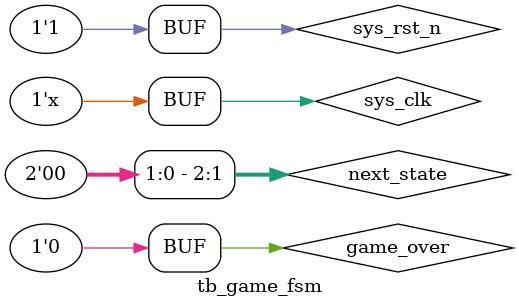
<source format=v>
`timescale 1ns/1ns
module tb_game_fsm();
 //reg define
 reg sys_clk ;
 reg sys_rst_n ;
 reg key ;
 reg game_over;

 //wire define
 wire[2:0] state;
 wire[2:0] next_state;


 //Init inputs
 initial begin
 game_over = 1'b0;
 sys_clk = 1'b1;
 sys_rst_n <= 1'b0;
 #20
 sys_rst_n <= 1'b1;
 #60
 game_over = 1'b1;
 #60
    game_over = 1'b0;
 end

 //Simulate system clock (50M Hz)
 always #10 sys_clk = ~sys_clk;

 //Generate the random input
 always@(posedge sys_clk or negedge sys_rst_n)
 if(sys_rst_n == 1'b0)
 key <= 1'b0;
 else
 key <= {$random} % 2; //取模求余数，产生非负随机数0、1

 //------------------------------------------------------------
 //Get the internal variables of the instance "simple_fsm_inst"
 //-------------------------------------------------------------
assign next_state = game_fsm_inst.next_state;
game_fsm game_fsm_inst(
    .iClk         (sys_clk),    
    .iRst_n       (sys_rst_n),    
    .iKey_up      (0),    
    .iKey_down    (0),    
    .iKey_left    (0),    
    .iKey_right   (key),    
    .iGame_won    (0),    
    .iGame_over   (game_over),    
    .oState       (state)
);

 endmodule
</source>
